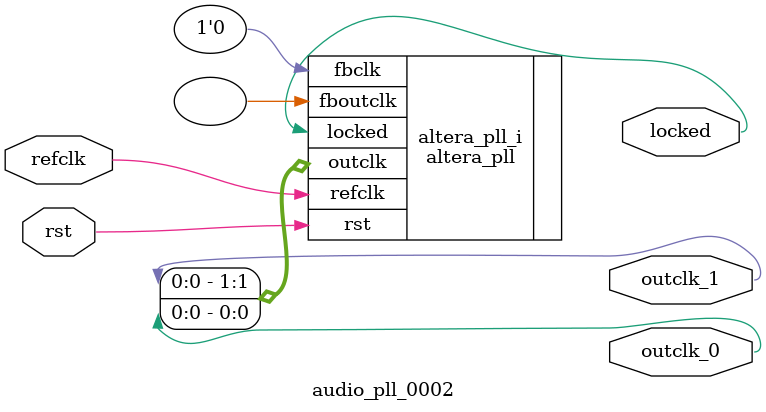
<source format=v>
`timescale 1ns/10ps
module  audio_pll_0002(

	// interface 'refclk'
	input wire refclk,

	// interface 'reset'
	input wire rst,

	// interface 'outclk0'
	output wire outclk_0,

	// interface 'outclk1'
	output wire outclk_1,

	// interface 'locked'
	output wire locked
);

	altera_pll #(
		.fractional_vco_multiplier("false"),
		.reference_clock_frequency("50.0 MHz"),
		.operation_mode("direct"),
		.number_of_clocks(2),
		.output_clock_frequency0("24.576271 MHz"),
		.phase_shift0("0 ps"),
		.duty_cycle0(50),
		.output_clock_frequency1("33.720930 MHz"),
		.phase_shift1("0 ps"),
		.duty_cycle1(50),
		.output_clock_frequency2("0 MHz"),
		.phase_shift2("0 ps"),
		.duty_cycle2(50),
		.output_clock_frequency3("0 MHz"),
		.phase_shift3("0 ps"),
		.duty_cycle3(50),
		.output_clock_frequency4("0 MHz"),
		.phase_shift4("0 ps"),
		.duty_cycle4(50),
		.output_clock_frequency5("0 MHz"),
		.phase_shift5("0 ps"),
		.duty_cycle5(50),
		.output_clock_frequency6("0 MHz"),
		.phase_shift6("0 ps"),
		.duty_cycle6(50),
		.output_clock_frequency7("0 MHz"),
		.phase_shift7("0 ps"),
		.duty_cycle7(50),
		.output_clock_frequency8("0 MHz"),
		.phase_shift8("0 ps"),
		.duty_cycle8(50),
		.output_clock_frequency9("0 MHz"),
		.phase_shift9("0 ps"),
		.duty_cycle9(50),
		.output_clock_frequency10("0 MHz"),
		.phase_shift10("0 ps"),
		.duty_cycle10(50),
		.output_clock_frequency11("0 MHz"),
		.phase_shift11("0 ps"),
		.duty_cycle11(50),
		.output_clock_frequency12("0 MHz"),
		.phase_shift12("0 ps"),
		.duty_cycle12(50),
		.output_clock_frequency13("0 MHz"),
		.phase_shift13("0 ps"),
		.duty_cycle13(50),
		.output_clock_frequency14("0 MHz"),
		.phase_shift14("0 ps"),
		.duty_cycle14(50),
		.output_clock_frequency15("0 MHz"),
		.phase_shift15("0 ps"),
		.duty_cycle15(50),
		.output_clock_frequency16("0 MHz"),
		.phase_shift16("0 ps"),
		.duty_cycle16(50),
		.output_clock_frequency17("0 MHz"),
		.phase_shift17("0 ps"),
		.duty_cycle17(50),
		.pll_type("General"),
		.pll_subtype("General")
	) altera_pll_i (
		.rst	(rst),
		.outclk	({outclk_1, outclk_0}),
		.locked	(locked),
		.fboutclk	( ),
		.fbclk	(1'b0),
		.refclk	(refclk)
	);
endmodule


</source>
